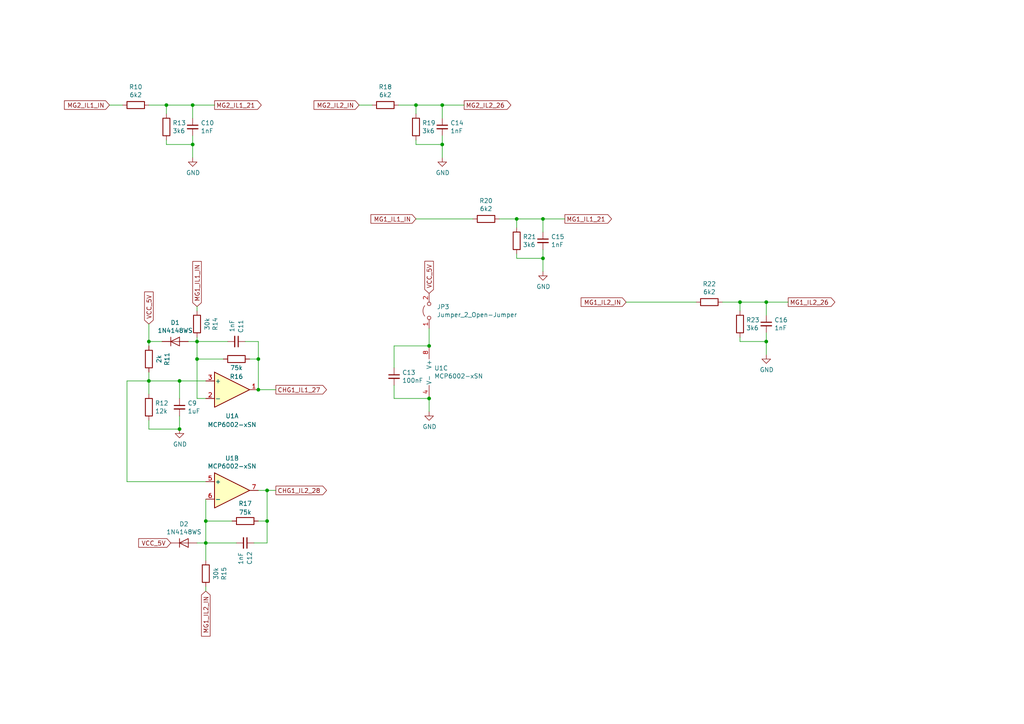
<source format=kicad_sch>
(kicad_sch (version 20211123) (generator eeschema)
  (paper "A4")
  (lib_symbols
    (symbol "auris-rescue:C_Small-Device" (pin_numbers hide) (pin_names (offset 0.254) hide)
      (property "Reference" "C" (at 0.254 1.778 0))
      (property "Value" "C_Small-Device" (at 0.254 -2.032 0))
      (symbol "C_Small-Device_0_1"
        (polyline (pts (xy -1.524 -0.508) (xy 1.524 -0.508)) (stroke (width 0.3302)))
        (polyline (pts (xy -1.524 0.508) (xy 1.524 0.508)) (stroke (width 0.3048)))
      )
      (symbol "C_Small-Device_1_1"
        (pin passive line (at 0 2.54 270) (length 2.032) (name "~") (number "1"))
        (pin passive line (at 0 -2.54 90) (length 2.032) (name "~") (number "2"))
      )
    )
    (symbol "auris-rescue:D-Device" (pin_numbers hide) (pin_names (offset 1.016) hide)
      (property "Reference" "D" (at 0 2.54 0))
      (property "Value" "D-Device" (at 0 -2.54 0))
      (symbol "D-Device_0_1"
        (polyline (pts (xy -1.27 1.27) (xy -1.27 -1.27)) (stroke (width 0.2032)))
        (polyline (pts (xy 1.27 0) (xy -1.27 0)))
        (polyline (pts (xy 1.27 1.27) (xy 1.27 -1.27) (xy -1.27 0) (xy 1.27 1.27)) (stroke (width 0.2032)))
      )
      (symbol "D-Device_1_1"
        (pin passive line (at -3.81 0 0) (length 2.54) (name "K") (number "1"))
        (pin passive line (at 3.81 0 180) (length 2.54) (name "A") (number "2"))
      )
    )
    (symbol "auris-rescue:GND-power" (power) (pin_names (offset 0))
      (property "Value" "GND-power" (at 0 -3.81 0))
      (symbol "GND-power_0_1"
        (polyline (pts (xy 0 0) (xy 0 -1.27) (xy 1.27 -1.27) (xy 0 -2.54) (xy -1.27 -1.27) (xy 0 -1.27)))
      )
      (symbol "GND-power_1_1"
        (pin power_in line (at 0 0 270) (length 0) hide (name "GND") (number "1"))
      )
    )
    (symbol "auris-rescue:Jumper_2_Open-Jumper" (pin_names (offset 0) hide)
      (property "Reference" "JP" (at 0 2.794 0))
      (property "Value" "Jumper_2_Open-Jumper" (at 0 -2.286 0))
      (symbol "Jumper_2_Open-Jumper_0_0"
        (circle (center -2.032 0) (radius 0.508))
        (circle (center 2.032 0) (radius 0.508))
      )
      (symbol "Jumper_2_Open-Jumper_0_1"
        (arc (start 1.524 1.27) (mid 0 1.778) (end -1.524 1.27))
      )
      (symbol "Jumper_2_Open-Jumper_1_1"
        (pin passive line (at -5.08 0 0) (length 2.54) (name "A") (number "1"))
        (pin passive line (at 5.08 0 180) (length 2.54) (name "B") (number "2"))
      )
    )
    (symbol "auris-rescue:MCP6002-xSN-Amplifier_Operational" (pin_names (offset 0.127))
      (property "Reference" "U" (at 0 5.08 0))
      (property "Value" "MCP6002-xSN-Amplifier_Operational" (at 0 -5.08 0))
      (symbol "MCP6002-xSN-Amplifier_Operational_1_1"
        (polyline (pts (xy -5.08 5.08) (xy 5.08 0) (xy -5.08 -5.08) (xy -5.08 5.08)) (stroke (width 0.254)) (fill (type background)))
        (pin output line (at 7.62 0 180) (length 2.54) (name "~") (number "1"))
        (pin input line (at -7.62 -2.54 0) (length 2.54) (name "-") (number "2"))
        (pin input line (at -7.62 2.54 0) (length 2.54) (name "+") (number "3"))
      )
      (symbol "MCP6002-xSN-Amplifier_Operational_2_1"
        (polyline (pts (xy -5.08 5.08) (xy 5.08 0) (xy -5.08 -5.08) (xy -5.08 5.08)) (stroke (width 0.254)) (fill (type background)))
        (pin input line (at -7.62 2.54 0) (length 2.54) (name "+") (number "5"))
        (pin input line (at -7.62 -2.54 0) (length 2.54) (name "-") (number "6"))
        (pin output line (at 7.62 0 180) (length 2.54) (name "~") (number "7"))
      )
      (symbol "MCP6002-xSN-Amplifier_Operational_3_1"
        (pin power_in line (at -2.54 -7.62 90) (length 3.81) (name "V-") (number "4"))
        (pin power_in line (at -2.54 7.62 270) (length 3.81) (name "V+") (number "8"))
      )
    )
    (symbol "auris-rescue:R-Device" (pin_numbers hide) (pin_names (offset 0))
      (property "Reference" "R" (at 2.032 0 90))
      (property "Value" "R-Device" (at 0 0 90))
      (symbol "R-Device_0_1"
        (rectangle (start -1.016 -2.54) (end 1.016 2.54) (stroke (width 0.254)))
      )
      (symbol "R-Device_1_1"
        (pin passive line (at 0 3.81 270) (length 1.27) (name "~") (number "1"))
        (pin passive line (at 0 -3.81 90) (length 1.27) (name "~") (number "2"))
      )
    )
  )
  (junction (at 43.18 99.06))
  (junction (at 52.07 124.46))
  (junction (at 128.27 41.91))
  (junction (at 77.47 142.24))
  (junction (at 43.18 110.49))
  (junction (at 157.48 63.5))
  (junction (at 157.48 74.93))
  (junction (at 48.26 30.48))
  (junction (at 128.27 30.48))
  (junction (at 149.86 63.5))
  (junction (at 222.25 87.63))
  (junction (at 77.47 151.13))
  (junction (at 222.25 99.06))
  (junction (at 59.69 157.48))
  (junction (at 52.07 110.49))
  (junction (at 74.93 104.14))
  (junction (at 214.63 87.63))
  (junction (at 55.88 30.48))
  (junction (at 57.15 104.14))
  (junction (at 55.88 41.91))
  (junction (at 57.15 99.06))
  (junction (at 120.65 30.48))
  (junction (at 124.46 115.57))
  (junction (at 74.93 113.03))
  (junction (at 124.46 100.33))
  (junction (at 59.69 151.13))
  (wire (pts (xy 222.25 87.63) (xy 214.63 87.63)))
  (wire (pts (xy 107.95 30.48) (xy 104.14 30.48)))
  (wire (pts (xy 128.27 34.29) (xy 128.27 30.48)))
  (wire (pts (xy 35.56 30.48) (xy 31.75 30.48)))
  (wire (pts (xy 57.15 115.57) (xy 59.69 115.57)))
  (wire (pts (xy 74.93 99.06) (xy 74.93 104.14)))
  (wire (pts (xy 43.18 110.49) (xy 36.83 110.49)))
  (wire (pts (xy 149.86 74.93) (xy 149.86 73.66)))
  (wire (pts (xy 46.99 99.06) (xy 43.18 99.06)))
  (wire (pts (xy 149.86 63.5) (xy 144.78 63.5)))
  (wire (pts (xy 222.25 96.52) (xy 222.25 99.06)))
  (wire (pts (xy 72.39 104.14) (xy 74.93 104.14)))
  (wire (pts (xy 77.47 157.48) (xy 77.47 151.13)))
  (wire (pts (xy 128.27 41.91) (xy 120.65 41.91)))
  (wire (pts (xy 43.18 107.95) (xy 43.18 110.49)))
  (wire (pts (xy 57.15 97.79) (xy 57.15 99.06)))
  (wire (pts (xy 52.07 110.49) (xy 59.69 110.49)))
  (wire (pts (xy 43.18 110.49) (xy 52.07 110.49)))
  (wire (pts (xy 120.65 33.02) (xy 120.65 30.48)))
  (wire (pts (xy 149.86 66.04) (xy 149.86 63.5)))
  (wire (pts (xy 57.15 99.06) (xy 66.04 99.06)))
  (wire (pts (xy 222.25 99.06) (xy 214.63 99.06)))
  (wire (pts (xy 120.65 63.5) (xy 137.16 63.5)))
  (wire (pts (xy 71.12 99.06) (xy 74.93 99.06)))
  (wire (pts (xy 114.3 115.57) (xy 124.46 115.57)))
  (wire (pts (xy 74.93 113.03) (xy 80.01 113.03)))
  (wire (pts (xy 55.88 41.91) (xy 48.26 41.91)))
  (wire (pts (xy 73.66 157.48) (xy 77.47 157.48)))
  (wire (pts (xy 120.65 30.48) (xy 115.57 30.48)))
  (wire (pts (xy 114.3 111.76) (xy 114.3 115.57)))
  (wire (pts (xy 214.63 87.63) (xy 209.55 87.63)))
  (wire (pts (xy 59.69 157.48) (xy 59.69 151.13)))
  (wire (pts (xy 114.3 100.33) (xy 114.3 106.68)))
  (wire (pts (xy 43.18 93.98) (xy 43.18 99.06)))
  (wire (pts (xy 157.48 74.93) (xy 149.86 74.93)))
  (wire (pts (xy 128.27 30.48) (xy 120.65 30.48)))
  (wire (pts (xy 222.25 91.44) (xy 222.25 87.63)))
  (wire (pts (xy 181.61 87.63) (xy 201.93 87.63)))
  (wire (pts (xy 222.25 87.63) (xy 228.6 87.63)))
  (wire (pts (xy 57.15 88.9) (xy 57.15 90.17)))
  (wire (pts (xy 74.93 142.24) (xy 77.47 142.24)))
  (wire (pts (xy 157.48 74.93) (xy 157.48 78.74)))
  (wire (pts (xy 120.65 41.91) (xy 120.65 40.64)))
  (wire (pts (xy 57.15 104.14) (xy 57.15 115.57)))
  (wire (pts (xy 57.15 104.14) (xy 64.77 104.14)))
  (wire (pts (xy 55.88 41.91) (xy 55.88 45.72)))
  (wire (pts (xy 48.26 30.48) (xy 43.18 30.48)))
  (wire (pts (xy 59.69 157.48) (xy 57.15 157.48)))
  (wire (pts (xy 55.88 34.29) (xy 55.88 30.48)))
  (wire (pts (xy 157.48 63.5) (xy 163.83 63.5)))
  (wire (pts (xy 134.62 30.48) (xy 128.27 30.48)))
  (wire (pts (xy 214.63 99.06) (xy 214.63 97.79)))
  (wire (pts (xy 55.88 30.48) (xy 48.26 30.48)))
  (wire (pts (xy 124.46 100.33) (xy 114.3 100.33)))
  (wire (pts (xy 52.07 124.46) (xy 52.07 120.65)))
  (wire (pts (xy 77.47 142.24) (xy 80.01 142.24)))
  (wire (pts (xy 43.18 110.49) (xy 43.18 114.3)))
  (wire (pts (xy 74.93 151.13) (xy 77.47 151.13)))
  (wire (pts (xy 128.27 39.37) (xy 128.27 41.91)))
  (wire (pts (xy 48.26 41.91) (xy 48.26 40.64)))
  (wire (pts (xy 57.15 99.06) (xy 54.61 99.06)))
  (wire (pts (xy 214.63 90.17) (xy 214.63 87.63)))
  (wire (pts (xy 128.27 41.91) (xy 128.27 45.72)))
  (wire (pts (xy 43.18 124.46) (xy 52.07 124.46)))
  (wire (pts (xy 52.07 110.49) (xy 52.07 115.57)))
  (wire (pts (xy 59.69 151.13) (xy 67.31 151.13)))
  (wire (pts (xy 157.48 63.5) (xy 149.86 63.5)))
  (wire (pts (xy 222.25 99.06) (xy 222.25 102.87)))
  (wire (pts (xy 59.69 171.45) (xy 59.69 170.18)))
  (wire (pts (xy 43.18 99.06) (xy 43.18 100.33)))
  (wire (pts (xy 55.88 39.37) (xy 55.88 41.91)))
  (wire (pts (xy 59.69 162.56) (xy 59.69 157.48)))
  (wire (pts (xy 59.69 151.13) (xy 59.69 144.78)))
  (wire (pts (xy 43.18 121.92) (xy 43.18 124.46)))
  (wire (pts (xy 62.23 30.48) (xy 55.88 30.48)))
  (wire (pts (xy 59.69 157.48) (xy 68.58 157.48)))
  (wire (pts (xy 157.48 72.39) (xy 157.48 74.93)))
  (wire (pts (xy 157.48 67.31) (xy 157.48 63.5)))
  (wire (pts (xy 48.26 33.02) (xy 48.26 30.48)))
  (wire (pts (xy 124.46 119.38) (xy 124.46 115.57)))
  (wire (pts (xy 124.46 95.25) (xy 124.46 100.33)))
  (wire (pts (xy 74.93 104.14) (xy 74.93 113.03)))
  (wire (pts (xy 36.83 139.7) (xy 59.69 139.7)))
  (wire (pts (xy 36.83 110.49) (xy 36.83 139.7)))
  (wire (pts (xy 57.15 99.06) (xy 57.15 104.14)))
  (wire (pts (xy 77.47 142.24) (xy 77.47 151.13)))
  (global_label "MG1_IL2_26" (shape output) (at 228.6 87.63 0) (property "Обозначения листов" "${INTERSHEET_REFS}" (effects hide)))
  (global_label "MG1_IL1_IN" (shape input) (at 57.15 88.9 90) (property "Обозначения листов" "${INTERSHEET_REFS}" (effects hide)))
  (global_label "VCC_5V" (shape input) (at 43.18 93.98 90) (property "Обозначения листов" "${INTERSHEET_REFS}" (effects hide)))
  (global_label "MG1_IL2_IN" (shape input) (at 181.61 87.63 180) (property "Обозначения листов" "${INTERSHEET_REFS}" (effects hide)))
  (global_label "MG2_IL1_21" (shape output) (at 62.23 30.48 0) (property "Обозначения листов" "${INTERSHEET_REFS}" (effects hide)))
  (global_label "MG1_IL1_IN" (shape input) (at 120.65 63.5 180) (property "Обозначения листов" "${INTERSHEET_REFS}" (effects hide)))
  (global_label "MG1_IL2_IN" (shape input) (at 59.69 171.45 270) (property "Обозначения листов" "${INTERSHEET_REFS}" (effects hide)))
  (global_label "CHG1_IL2_28" (shape output) (at 80.01 142.24 0) (property "Обозначения листов" "${INTERSHEET_REFS}" (effects hide)))
  (global_label "MG2_IL2_IN" (shape input) (at 104.14 30.48 180) (property "Обозначения листов" "${INTERSHEET_REFS}" (effects hide)))
  (global_label "MG1_IL1_21" (shape output) (at 163.83 63.5 0) (property "Обозначения листов" "${INTERSHEET_REFS}" (effects hide)))
  (global_label "MG2_IL1_IN" (shape input) (at 31.75 30.48 180) (property "Обозначения листов" "${INTERSHEET_REFS}" (effects hide)))
  (global_label "VCC_5V" (shape input) (at 49.53 157.48 180) (property "Обозначения листов" "${INTERSHEET_REFS}" (effects hide)))
  (global_label "VCC_5V" (shape input) (at 124.46 85.09 90) (property "Обозначения листов" "${INTERSHEET_REFS}" (effects hide)))
  (global_label "CHG1_IL1_27" (shape output) (at 80.01 113.03 0) (property "Обозначения листов" "${INTERSHEET_REFS}" (effects hide)))
  (global_label "MG2_IL2_26" (shape output) (at 134.62 30.48 0) (property "Обозначения листов" "${INTERSHEET_REFS}" (effects hide)))
  (symbol (lib_id "auris-rescue:R-Device") (at 48.26 36.83 0) (unit 1)
    (property "Reference" "R13" (at 50.038 35.6616 0) (effects (justify left)))
    (property "Value" "3k6" (at 50.038 37.973 0) (effects (justify left)))
    (property "Footprint" "Resistor_SMD:R_0805_2012Metric" (effects hide))
  )
  (symbol (lib_id "auris-rescue:R-Device") (at 39.37 30.48 270) (unit 1)
    (property "Reference" "R10" (at 39.37 25.2222 90))
    (property "Value" "6k2" (at 39.37 27.5336 90))
    (property "Footprint" "Resistor_SMD:R_0805_2012Metric" (effects hide))
  )
  (symbol (lib_id "auris-rescue:C_Small-Device") (at 55.88 36.83 0) (unit 1)
    (property "Reference" "C10" (at 58.2168 35.6616 0) (effects (justify left)))
    (property "Value" "1nF" (at 58.2168 37.973 0) (effects (justify left)))
    (property "Footprint" "Capacitor_SMD:C_0805_2012Metric" (effects hide))
  )
  (symbol (lib_id "auris-rescue:GND-power") (at 55.88 45.72 0) (unit 1)
    (property "Reference" "#PWR0110" (effects hide))
    (property "Value" "GND" (at 56.007 50.1142 0))
  )
  (symbol (lib_id "auris-rescue:R-Device") (at 120.65 36.83 0) (unit 1)
    (property "Reference" "R19" (at 122.428 35.6616 0) (effects (justify left)))
    (property "Value" "3k6" (at 122.428 37.973 0) (effects (justify left)))
    (property "Footprint" "Resistor_SMD:R_0805_2012Metric" (effects hide))
  )
  (symbol (lib_id "auris-rescue:R-Device") (at 111.76 30.48 270) (unit 1)
    (property "Reference" "R18" (at 111.76 25.2222 90))
    (property "Value" "6k2" (at 111.76 27.5336 90))
    (property "Footprint" "Resistor_SMD:R_0805_2012Metric" (effects hide))
  )
  (symbol (lib_id "auris-rescue:C_Small-Device") (at 128.27 36.83 0) (unit 1)
    (property "Reference" "C14" (at 130.6068 35.6616 0) (effects (justify left)))
    (property "Value" "1nF" (at 130.6068 37.973 0) (effects (justify left)))
    (property "Footprint" "Capacitor_SMD:C_0805_2012Metric" (effects hide))
  )
  (symbol (lib_id "auris-rescue:GND-power") (at 128.27 45.72 0) (unit 1)
    (property "Reference" "#PWR0111" (effects hide))
    (property "Value" "GND" (at 128.397 50.1142 0))
  )
  (symbol (lib_id "auris-rescue:R-Device") (at 43.18 118.11 0) (unit 1)
    (property "Reference" "R12" (at 44.958 116.9416 0) (effects (justify left)))
    (property "Value" "12k" (at 44.958 119.253 0) (effects (justify left)))
    (property "Footprint" "Resistor_SMD:R_0805_2012Metric" (effects hide))
  )
  (symbol (lib_id "auris-rescue:R-Device") (at 43.18 104.14 180) (unit 1)
    (property "Reference" "R11" (at 48.4378 104.14 90))
    (property "Value" "2k" (at 46.1264 104.14 90))
    (property "Footprint" "Resistor_SMD:R_0805_2012Metric" (effects hide))
  )
  (symbol (lib_id "auris-rescue:C_Small-Device") (at 52.07 118.11 0) (unit 1)
    (property "Reference" "C9" (at 54.4068 116.9416 0) (effects (justify left)))
    (property "Value" "1uF" (at 54.4068 119.253 0) (effects (justify left)))
    (property "Footprint" "Capacitor_SMD:C_0805_2012Metric" (effects hide))
  )
  (symbol (lib_id "auris-rescue:GND-power") (at 52.07 124.46 0) (unit 1)
    (property "Reference" "#PWR0112" (effects hide))
    (property "Value" "GND" (at 52.197 128.8542 0))
  )
  (symbol (lib_id "auris-rescue:R-Device") (at 57.15 93.98 180) (unit 1)
    (property "Reference" "R14" (at 62.4078 93.98 90))
    (property "Value" "30k" (at 60.0964 93.98 90))
    (property "Footprint" "Resistor_SMD:R_0805_2012Metric" (effects hide))
  )
  (symbol (lib_id "auris-rescue:C_Small-Device") (at 68.58 99.06 270) (unit 1)
    (property "Reference" "C11" (at 69.85 92.71 0) (effects (justify left)))
    (property "Value" "1nF" (at 67.31 92.71 0) (effects (justify left)))
    (property "Footprint" "Capacitor_SMD:C_0805_2012Metric" (effects hide))
  )
  (symbol (lib_id "auris-rescue:MCP6002-xSN-Amplifier_Operational") (at 67.31 113.03 0) (unit 1)
    (property "Reference" "U1" (at 67.31 120.65 0))
    (property "Value" "MCP6002-xSN" (at 67.31 123.19 0))
    (property "Footprint" "Package_SO:SOIC-8_3.9x4.9mm_P1.27mm" (effects hide))
    (property "Datasheet" "http://ww1.microchip.com/downloads/en/DeviceDoc/21733j.pdf" (effects hide))
  )
  (symbol (lib_id "auris-rescue:MCP6002-xSN-Amplifier_Operational") (at 67.31 142.24 0) (unit 2)
    (property "Reference" "U1" (at 67.31 132.9182 0))
    (property "Value" "MCP6002-xSN" (at 67.31 135.2296 0))
    (property "Datasheet" "http://ww1.microchip.com/downloads/en/DeviceDoc/21733j.pdf" (effects hide))
  )
  (symbol (lib_id "auris-rescue:R-Device") (at 68.58 104.14 90) (unit 1)
    (property "Reference" "R16" (at 68.58 109.22 90))
    (property "Value" "75k" (at 68.58 106.68 90))
    (property "Footprint" "Resistor_SMD:R_0805_2012Metric" (effects hide))
  )
  (symbol (lib_id "auris-rescue:D-Device") (at 50.8 99.06 0) (unit 1)
    (property "Reference" "D1" (at 50.8 93.5736 0))
    (property "Value" "1N4148WS" (at 50.8 95.885 0))
    (property "Footprint" "Diode_SMD:D_SOD-323F" (effects hide))
  )
  (symbol (lib_id "auris-rescue:MCP6002-xSN-Amplifier_Operational") (at 127 107.95 0) (unit 3)
    (property "Reference" "U1" (at 125.9332 106.7816 0) (effects (justify left)))
    (property "Value" "MCP6002-xSN" (at 125.9332 109.093 0) (effects (justify left)))
    (property "Datasheet" "http://ww1.microchip.com/downloads/en/DeviceDoc/21733j.pdf" (effects hide))
  )
  (symbol (lib_id "auris-rescue:R-Device") (at 59.69 166.37 0) (mirror y) (unit 1)
    (property "Reference" "R15" (at 64.9478 166.37 90))
    (property "Value" "30k" (at 62.6364 166.37 90))
    (property "Footprint" "Resistor_SMD:R_0805_2012Metric" (effects hide))
  )
  (symbol (lib_id "auris-rescue:C_Small-Device") (at 71.12 157.48 270) (mirror x) (unit 1)
    (property "Reference" "C12" (at 72.39 163.83 0) (effects (justify left)))
    (property "Value" "1nF" (at 69.85 163.83 0) (effects (justify left)))
    (property "Footprint" "Capacitor_SMD:C_0805_2012Metric" (effects hide))
  )
  (symbol (lib_id "auris-rescue:R-Device") (at 71.12 151.13 90) (mirror x) (unit 1)
    (property "Reference" "R17" (at 71.12 146.05 90))
    (property "Value" "75k" (at 71.12 148.59 90))
    (property "Footprint" "Resistor_SMD:R_0805_2012Metric" (effects hide))
  )
  (symbol (lib_id "auris-rescue:D-Device") (at 53.34 157.48 0) (mirror x) (unit 1)
    (property "Reference" "D2" (at 53.34 151.9936 0))
    (property "Value" "1N4148WS" (at 53.34 154.305 0))
    (property "Footprint" "Diode_SMD:D_SOD-323F" (effects hide))
  )
  (symbol (lib_id "auris-rescue:GND-power") (at 124.46 119.38 0) (unit 1)
    (property "Reference" "#PWR0113" (effects hide))
    (property "Value" "GND" (at 124.587 123.7742 0))
  )
  (symbol (lib_id "auris-rescue:C_Small-Device") (at 114.3 109.22 0) (unit 1)
    (property "Reference" "C13" (at 116.6368 108.0516 0) (effects (justify left)))
    (property "Value" "100nF" (at 116.6368 110.363 0) (effects (justify left)))
    (property "Footprint" "Capacitor_SMD:C_0805_2012Metric" (effects hide))
  )
  (symbol (lib_id "auris-rescue:R-Device") (at 149.86 69.85 0) (unit 1)
    (property "Reference" "R21" (at 151.638 68.6816 0) (effects (justify left)))
    (property "Value" "3k6" (at 151.638 70.993 0) (effects (justify left)))
    (property "Footprint" "Resistor_SMD:R_0805_2012Metric" (effects hide))
  )
  (symbol (lib_id "auris-rescue:R-Device") (at 140.97 63.5 270) (unit 1)
    (property "Reference" "R20" (at 140.97 58.2422 90))
    (property "Value" "6k2" (at 140.97 60.5536 90))
    (property "Footprint" "Resistor_SMD:R_0805_2012Metric" (effects hide))
  )
  (symbol (lib_id "auris-rescue:C_Small-Device") (at 157.48 69.85 0) (unit 1)
    (property "Reference" "C15" (at 159.8168 68.6816 0) (effects (justify left)))
    (property "Value" "1nF" (at 159.8168 70.993 0) (effects (justify left)))
    (property "Footprint" "Capacitor_SMD:C_0805_2012Metric" (effects hide))
  )
  (symbol (lib_id "auris-rescue:GND-power") (at 157.48 78.74 0) (unit 1)
    (property "Reference" "#PWR0114" (effects hide))
    (property "Value" "GND" (at 157.607 83.1342 0))
  )
  (symbol (lib_id "auris-rescue:R-Device") (at 214.63 93.98 0) (unit 1)
    (property "Reference" "R23" (at 216.408 92.8116 0) (effects (justify left)))
    (property "Value" "3k6" (at 216.408 95.123 0) (effects (justify left)))
    (property "Footprint" "Resistor_SMD:R_0805_2012Metric" (effects hide))
  )
  (symbol (lib_id "auris-rescue:R-Device") (at 205.74 87.63 270) (unit 1)
    (property "Reference" "R22" (at 205.74 82.3722 90))
    (property "Value" "6k2" (at 205.74 84.6836 90))
    (property "Footprint" "Resistor_SMD:R_0805_2012Metric" (effects hide))
  )
  (symbol (lib_id "auris-rescue:C_Small-Device") (at 222.25 93.98 0) (unit 1)
    (property "Reference" "C16" (at 224.5868 92.8116 0) (effects (justify left)))
    (property "Value" "1nF" (at 224.5868 95.123 0) (effects (justify left)))
    (property "Footprint" "Capacitor_SMD:C_0805_2012Metric" (effects hide))
  )
  (symbol (lib_id "auris-rescue:GND-power") (at 222.25 102.87 0) (unit 1)
    (property "Reference" "#PWR0115" (effects hide))
    (property "Value" "GND" (at 222.377 107.2642 0))
  )
  (symbol (lib_id "auris-rescue:Jumper_2_Open-Jumper") (at 124.46 90.17 90) (unit 1)
    (property "Reference" "JP3" (at 126.6952 89.0016 90) (effects (justify right)))
    (property "Value" "Jumper_2_Open-Jumper" (at 126.6952 91.313 90) (effects (justify right)))
    (property "Footprint" "Jumper:SolderJumper-2_P1.3mm_Open_RoundedPad1.0x1.5mm" (effects hide))
  )
)
</source>
